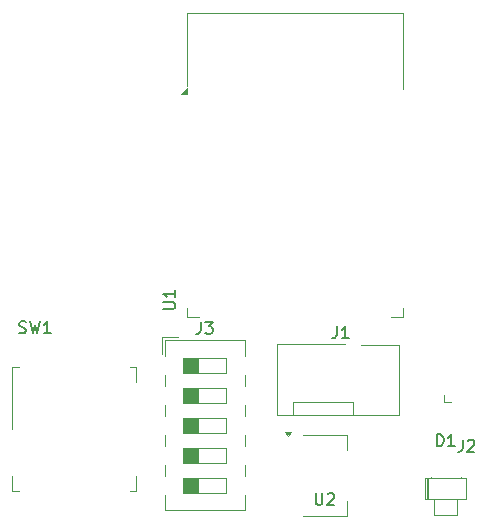
<source format=gbr>
%TF.GenerationSoftware,KiCad,Pcbnew,9.0.0*%
%TF.CreationDate,2025-04-29T12:03:14+05:30*%
%TF.ProjectId,Wireless_charging,57697265-6c65-4737-935f-636861726769,rev?*%
%TF.SameCoordinates,Original*%
%TF.FileFunction,Legend,Top*%
%TF.FilePolarity,Positive*%
%FSLAX46Y46*%
G04 Gerber Fmt 4.6, Leading zero omitted, Abs format (unit mm)*
G04 Created by KiCad (PCBNEW 9.0.0) date 2025-04-29 12:03:14*
%MOMM*%
%LPD*%
G01*
G04 APERTURE LIST*
%ADD10C,0.150000*%
%ADD11C,0.120000*%
G04 APERTURE END LIST*
D10*
X186238095Y-114954819D02*
X186238095Y-115764342D01*
X186238095Y-115764342D02*
X186285714Y-115859580D01*
X186285714Y-115859580D02*
X186333333Y-115907200D01*
X186333333Y-115907200D02*
X186428571Y-115954819D01*
X186428571Y-115954819D02*
X186619047Y-115954819D01*
X186619047Y-115954819D02*
X186714285Y-115907200D01*
X186714285Y-115907200D02*
X186761904Y-115859580D01*
X186761904Y-115859580D02*
X186809523Y-115764342D01*
X186809523Y-115764342D02*
X186809523Y-114954819D01*
X187238095Y-115050057D02*
X187285714Y-115002438D01*
X187285714Y-115002438D02*
X187380952Y-114954819D01*
X187380952Y-114954819D02*
X187619047Y-114954819D01*
X187619047Y-114954819D02*
X187714285Y-115002438D01*
X187714285Y-115002438D02*
X187761904Y-115050057D01*
X187761904Y-115050057D02*
X187809523Y-115145295D01*
X187809523Y-115145295D02*
X187809523Y-115240533D01*
X187809523Y-115240533D02*
X187761904Y-115383390D01*
X187761904Y-115383390D02*
X187190476Y-115954819D01*
X187190476Y-115954819D02*
X187809523Y-115954819D01*
X173344819Y-99371904D02*
X174154342Y-99371904D01*
X174154342Y-99371904D02*
X174249580Y-99324285D01*
X174249580Y-99324285D02*
X174297200Y-99276666D01*
X174297200Y-99276666D02*
X174344819Y-99181428D01*
X174344819Y-99181428D02*
X174344819Y-98990952D01*
X174344819Y-98990952D02*
X174297200Y-98895714D01*
X174297200Y-98895714D02*
X174249580Y-98848095D01*
X174249580Y-98848095D02*
X174154342Y-98800476D01*
X174154342Y-98800476D02*
X173344819Y-98800476D01*
X174344819Y-97800476D02*
X174344819Y-98371904D01*
X174344819Y-98086190D02*
X173344819Y-98086190D01*
X173344819Y-98086190D02*
X173487676Y-98181428D01*
X173487676Y-98181428D02*
X173582914Y-98276666D01*
X173582914Y-98276666D02*
X173630533Y-98371904D01*
X161141667Y-101372200D02*
X161284524Y-101419819D01*
X161284524Y-101419819D02*
X161522619Y-101419819D01*
X161522619Y-101419819D02*
X161617857Y-101372200D01*
X161617857Y-101372200D02*
X161665476Y-101324580D01*
X161665476Y-101324580D02*
X161713095Y-101229342D01*
X161713095Y-101229342D02*
X161713095Y-101134104D01*
X161713095Y-101134104D02*
X161665476Y-101038866D01*
X161665476Y-101038866D02*
X161617857Y-100991247D01*
X161617857Y-100991247D02*
X161522619Y-100943628D01*
X161522619Y-100943628D02*
X161332143Y-100896009D01*
X161332143Y-100896009D02*
X161236905Y-100848390D01*
X161236905Y-100848390D02*
X161189286Y-100800771D01*
X161189286Y-100800771D02*
X161141667Y-100705533D01*
X161141667Y-100705533D02*
X161141667Y-100610295D01*
X161141667Y-100610295D02*
X161189286Y-100515057D01*
X161189286Y-100515057D02*
X161236905Y-100467438D01*
X161236905Y-100467438D02*
X161332143Y-100419819D01*
X161332143Y-100419819D02*
X161570238Y-100419819D01*
X161570238Y-100419819D02*
X161713095Y-100467438D01*
X162046429Y-100419819D02*
X162284524Y-101419819D01*
X162284524Y-101419819D02*
X162475000Y-100705533D01*
X162475000Y-100705533D02*
X162665476Y-101419819D01*
X162665476Y-101419819D02*
X162903572Y-100419819D01*
X163808333Y-101419819D02*
X163236905Y-101419819D01*
X163522619Y-101419819D02*
X163522619Y-100419819D01*
X163522619Y-100419819D02*
X163427381Y-100562676D01*
X163427381Y-100562676D02*
X163332143Y-100657914D01*
X163332143Y-100657914D02*
X163236905Y-100705533D01*
X176516666Y-100469819D02*
X176516666Y-101184104D01*
X176516666Y-101184104D02*
X176469047Y-101326961D01*
X176469047Y-101326961D02*
X176373809Y-101422200D01*
X176373809Y-101422200D02*
X176230952Y-101469819D01*
X176230952Y-101469819D02*
X176135714Y-101469819D01*
X176897619Y-100469819D02*
X177516666Y-100469819D01*
X177516666Y-100469819D02*
X177183333Y-100850771D01*
X177183333Y-100850771D02*
X177326190Y-100850771D01*
X177326190Y-100850771D02*
X177421428Y-100898390D01*
X177421428Y-100898390D02*
X177469047Y-100946009D01*
X177469047Y-100946009D02*
X177516666Y-101041247D01*
X177516666Y-101041247D02*
X177516666Y-101279342D01*
X177516666Y-101279342D02*
X177469047Y-101374580D01*
X177469047Y-101374580D02*
X177421428Y-101422200D01*
X177421428Y-101422200D02*
X177326190Y-101469819D01*
X177326190Y-101469819D02*
X177040476Y-101469819D01*
X177040476Y-101469819D02*
X176945238Y-101422200D01*
X176945238Y-101422200D02*
X176897619Y-101374580D01*
X198666666Y-110444819D02*
X198666666Y-111159104D01*
X198666666Y-111159104D02*
X198619047Y-111301961D01*
X198619047Y-111301961D02*
X198523809Y-111397200D01*
X198523809Y-111397200D02*
X198380952Y-111444819D01*
X198380952Y-111444819D02*
X198285714Y-111444819D01*
X199095238Y-110540057D02*
X199142857Y-110492438D01*
X199142857Y-110492438D02*
X199238095Y-110444819D01*
X199238095Y-110444819D02*
X199476190Y-110444819D01*
X199476190Y-110444819D02*
X199571428Y-110492438D01*
X199571428Y-110492438D02*
X199619047Y-110540057D01*
X199619047Y-110540057D02*
X199666666Y-110635295D01*
X199666666Y-110635295D02*
X199666666Y-110730533D01*
X199666666Y-110730533D02*
X199619047Y-110873390D01*
X199619047Y-110873390D02*
X199047619Y-111444819D01*
X199047619Y-111444819D02*
X199666666Y-111444819D01*
X188016666Y-100844819D02*
X188016666Y-101559104D01*
X188016666Y-101559104D02*
X187969047Y-101701961D01*
X187969047Y-101701961D02*
X187873809Y-101797200D01*
X187873809Y-101797200D02*
X187730952Y-101844819D01*
X187730952Y-101844819D02*
X187635714Y-101844819D01*
X189016666Y-101844819D02*
X188445238Y-101844819D01*
X188730952Y-101844819D02*
X188730952Y-100844819D01*
X188730952Y-100844819D02*
X188635714Y-100987676D01*
X188635714Y-100987676D02*
X188540476Y-101082914D01*
X188540476Y-101082914D02*
X188445238Y-101130533D01*
X196491905Y-110994819D02*
X196491905Y-109994819D01*
X196491905Y-109994819D02*
X196730000Y-109994819D01*
X196730000Y-109994819D02*
X196872857Y-110042438D01*
X196872857Y-110042438D02*
X196968095Y-110137676D01*
X196968095Y-110137676D02*
X197015714Y-110232914D01*
X197015714Y-110232914D02*
X197063333Y-110423390D01*
X197063333Y-110423390D02*
X197063333Y-110566247D01*
X197063333Y-110566247D02*
X197015714Y-110756723D01*
X197015714Y-110756723D02*
X196968095Y-110851961D01*
X196968095Y-110851961D02*
X196872857Y-110947200D01*
X196872857Y-110947200D02*
X196730000Y-110994819D01*
X196730000Y-110994819D02*
X196491905Y-110994819D01*
X198015714Y-110994819D02*
X197444286Y-110994819D01*
X197730000Y-110994819D02*
X197730000Y-109994819D01*
X197730000Y-109994819D02*
X197634762Y-110137676D01*
X197634762Y-110137676D02*
X197539524Y-110232914D01*
X197539524Y-110232914D02*
X197444286Y-110280533D01*
D11*
%TO.C,U2*%
X185150000Y-110055000D02*
X188910000Y-110055000D01*
X185150000Y-116875000D02*
X188910000Y-116875000D01*
X188910000Y-110055000D02*
X188910000Y-111315000D01*
X188910000Y-116875000D02*
X188910000Y-115615000D01*
X183870000Y-110155000D02*
X183630000Y-109825000D01*
X184110000Y-109825000D01*
X183870000Y-110155000D01*
G36*
X183870000Y-110155000D02*
G01*
X183630000Y-109825000D01*
X184110000Y-109825000D01*
X183870000Y-110155000D01*
G37*
%TO.C,U1*%
X175380000Y-74320000D02*
X175380000Y-80480000D01*
X175380000Y-74320000D02*
X193620000Y-74320000D01*
X175380000Y-99280000D02*
X175380000Y-100060000D01*
X175380000Y-100060000D02*
X176380000Y-100060000D01*
X193620000Y-74320000D02*
X193620000Y-80735000D01*
X193620000Y-99280000D02*
X193620000Y-100060000D01*
X193620000Y-100060000D02*
X192620000Y-100060000D01*
X175375000Y-81205000D02*
X174875000Y-81205000D01*
X175375000Y-80705000D01*
X175375000Y-81205000D01*
G36*
X175375000Y-81205000D02*
G01*
X174875000Y-81205000D01*
X175375000Y-80705000D01*
X175375000Y-81205000D01*
G37*
%TO.C,SW1*%
X160550000Y-104290000D02*
X160550000Y-109540000D01*
X160550000Y-114790000D02*
X160550000Y-113540000D01*
X161100000Y-104290000D02*
X160550000Y-104290000D01*
X161100000Y-114790000D02*
X160550000Y-114790000D01*
X170500000Y-104290000D02*
X171050000Y-104290000D01*
X170500000Y-114790000D02*
X171050000Y-114790000D01*
X171050000Y-104290000D02*
X171050000Y-105540000D01*
X171050000Y-114790000D02*
X171050000Y-113540000D01*
%TO.C,J3*%
X173200000Y-101775000D02*
X173200000Y-103158000D01*
X173200000Y-101775000D02*
X174583000Y-101775000D01*
X173440000Y-102015000D02*
X173440000Y-103325000D01*
X173440000Y-102015000D02*
X180260000Y-102015000D01*
X173440000Y-104925000D02*
X173440000Y-105865000D01*
X173440000Y-107465000D02*
X173440000Y-108405000D01*
X173440000Y-110005000D02*
X173440000Y-110945000D01*
X173440000Y-112545000D02*
X173440000Y-113485000D01*
X173440000Y-115085000D02*
X173440000Y-116395000D01*
X173440000Y-116395000D02*
X180260000Y-116395000D01*
X176246667Y-103490000D02*
X176246667Y-104760000D01*
X176246667Y-106030000D02*
X176246667Y-107300000D01*
X176246667Y-108570000D02*
X176246667Y-109840000D01*
X176246667Y-111110000D02*
X176246667Y-112380000D01*
X176246667Y-113650000D02*
X176246667Y-114920000D01*
X180260000Y-102015000D02*
X180260000Y-103325000D01*
X180260000Y-104925000D02*
X180260000Y-105865000D01*
X180260000Y-107465000D02*
X180260000Y-108405000D01*
X180260000Y-110005000D02*
X180260000Y-110945000D01*
X180260000Y-112545000D02*
X180260000Y-113485000D01*
X180260000Y-115085000D02*
X180260000Y-116395000D01*
X175040000Y-103490000D02*
X176246667Y-103490000D01*
X176246667Y-104760000D01*
X175040000Y-104760000D01*
X175040000Y-103490000D01*
G36*
X175040000Y-103490000D02*
G01*
X176246667Y-103490000D01*
X176246667Y-104760000D01*
X175040000Y-104760000D01*
X175040000Y-103490000D01*
G37*
X175040000Y-103490000D02*
X178660000Y-103490000D01*
X178660000Y-104760000D01*
X175040000Y-104760000D01*
X175040000Y-103490000D01*
X175040000Y-106030000D02*
X176246667Y-106030000D01*
X176246667Y-107300000D01*
X175040000Y-107300000D01*
X175040000Y-106030000D01*
G36*
X175040000Y-106030000D02*
G01*
X176246667Y-106030000D01*
X176246667Y-107300000D01*
X175040000Y-107300000D01*
X175040000Y-106030000D01*
G37*
X175040000Y-106030000D02*
X178660000Y-106030000D01*
X178660000Y-107300000D01*
X175040000Y-107300000D01*
X175040000Y-106030000D01*
X175040000Y-108570000D02*
X176246667Y-108570000D01*
X176246667Y-109840000D01*
X175040000Y-109840000D01*
X175040000Y-108570000D01*
G36*
X175040000Y-108570000D02*
G01*
X176246667Y-108570000D01*
X176246667Y-109840000D01*
X175040000Y-109840000D01*
X175040000Y-108570000D01*
G37*
X175040000Y-108570000D02*
X178660000Y-108570000D01*
X178660000Y-109840000D01*
X175040000Y-109840000D01*
X175040000Y-108570000D01*
X175040000Y-111110000D02*
X176246667Y-111110000D01*
X176246667Y-112380000D01*
X175040000Y-112380000D01*
X175040000Y-111110000D01*
G36*
X175040000Y-111110000D02*
G01*
X176246667Y-111110000D01*
X176246667Y-112380000D01*
X175040000Y-112380000D01*
X175040000Y-111110000D01*
G37*
X175040000Y-111110000D02*
X178660000Y-111110000D01*
X178660000Y-112380000D01*
X175040000Y-112380000D01*
X175040000Y-111110000D01*
X175040000Y-113650000D02*
X176246667Y-113650000D01*
X176246667Y-114920000D01*
X175040000Y-114920000D01*
X175040000Y-113650000D01*
G36*
X175040000Y-113650000D02*
G01*
X176246667Y-113650000D01*
X176246667Y-114920000D01*
X175040000Y-114920000D01*
X175040000Y-113650000D01*
G37*
X175040000Y-113650000D02*
X178660000Y-113650000D01*
X178660000Y-114920000D01*
X175040000Y-114920000D01*
X175040000Y-113650000D01*
%TO.C,J2*%
X197095000Y-107260000D02*
X197095000Y-106625000D01*
X197730000Y-107260000D02*
X197095000Y-107260000D01*
%TO.C,J1*%
X183000000Y-102340000D02*
X188750000Y-102340000D01*
X183000000Y-108340000D02*
X183000000Y-102340000D01*
X184350000Y-107230000D02*
X189430000Y-107230000D01*
X184350000Y-108240000D02*
X184350000Y-107230000D01*
X189430000Y-107230000D02*
X189430000Y-108240000D01*
X190100000Y-102390000D02*
X193300000Y-102390000D01*
X193300000Y-102390000D02*
X193300000Y-108340000D01*
X193300000Y-108340000D02*
X183000000Y-108340000D01*
%TO.C,D1*%
X195520000Y-113710000D02*
X195520000Y-115430000D01*
X195520000Y-115430000D02*
X198940000Y-115430000D01*
X195640000Y-113710000D02*
X195640000Y-115430000D01*
X195760000Y-113710000D02*
X195760000Y-115430000D01*
X195960000Y-113580000D02*
X195960000Y-113580000D01*
X195960000Y-113580000D02*
X195960000Y-113710000D01*
X195960000Y-113710000D02*
X195960000Y-113580000D01*
X195960000Y-113710000D02*
X195960000Y-113710000D01*
X196270000Y-115430000D02*
X196270000Y-116830000D01*
X196270000Y-116830000D02*
X198190000Y-116830000D01*
X198190000Y-115430000D02*
X196270000Y-115430000D01*
X198190000Y-116830000D02*
X198190000Y-115430000D01*
X198500000Y-113580000D02*
X198500000Y-113580000D01*
X198500000Y-113580000D02*
X198500000Y-113710000D01*
X198500000Y-113710000D02*
X198500000Y-113580000D01*
X198500000Y-113710000D02*
X198500000Y-113710000D01*
X198940000Y-113710000D02*
X195520000Y-113710000D01*
X198940000Y-115430000D02*
X198940000Y-113710000D01*
%TD*%
M02*

</source>
